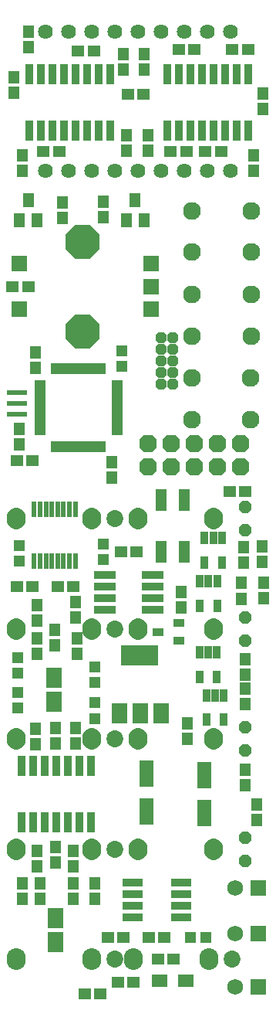
<source format=gts>
G04 DipTrace 3.2.0.1*
G04 mBrane.GTS*
%MOIN*%
G04 #@! TF.FileFunction,Soldermask,Top*
G04 #@! TF.Part,Single*
%AMOUTLINE1*
4,1,4,
-0.031559,0.055181,
-0.031559,-0.055181,
0.031559,-0.055181,
0.031559,0.055181,
-0.031559,0.055181,
0*%
%AMOUTLINE4*
4,1,4,
0.023685,-0.025654,
-0.023685,-0.025654,
-0.023685,0.025654,
0.023685,0.025654,
0.023685,-0.025654,
0*%
%AMOUTLINE7*
4,1,4,
0.033528,-0.04337,
0.033528,0.04337,
-0.033528,0.04337,
-0.033528,-0.04337,
0.033528,-0.04337,
0*%
%AMOUTLINE10*
4,1,4,
0.025654,0.023685,
0.025654,-0.023685,
-0.025654,-0.023685,
-0.025654,0.023685,
0.025654,0.023685,
0*%
%AMOUTLINE13*
4,1,4,
-0.023685,0.025654,
0.023685,0.025654,
0.023685,-0.025654,
-0.023685,-0.025654,
-0.023685,0.025654,
0*%
%AMOUTLINE16*
4,1,4,
0.033528,0.027622,
-0.033528,0.027622,
-0.033528,-0.027622,
0.033528,-0.027622,
0.033528,0.027622,
0*%
%AMOUTLINE19*
4,1,4,
0.0335,0.0435,
-0.0335,0.0435,
-0.0335,-0.0435,
0.0335,-0.0435,
0.0335,0.0435,
0*%
%AMOUTLINE22*
4,1,4,
0.079,0.0435,
-0.079,0.0435,
-0.079,-0.0435,
0.079,-0.0435,
0.079,0.0435,
0*%
%AMOUTLINE25*
4,1,4,
0.017,0.044,
-0.017,0.044,
-0.017,-0.044,
0.017,-0.044,
0.017,0.044,
0*%
%AMOUTLINE28*
4,1,4,
-0.011,0.032,
-0.011,-0.032,
0.011,-0.032,
0.011,0.032,
-0.011,0.032,
0*%
%AMOUTLINE31*
4,1,4,
-0.047307,0.015811,
-0.047307,-0.015811,
0.047307,-0.015811,
0.047307,0.015811,
-0.047307,0.015811,
0*%
%AMOUTLINE34*
4,1,4,
-0.017,-0.044,
0.017,-0.044,
0.017,0.044,
-0.017,0.044,
-0.017,-0.044,
0*%
%AMOUTLINE37*
4,1,4,
0.015811,-0.025654,
-0.015811,-0.025654,
-0.015811,0.025654,
0.015811,0.025654,
0.015811,-0.025654,
0*%
%AMOUTLINE40*
4,1,4,
-0.015811,0.025654,
0.015811,0.025654,
0.015811,-0.025654,
-0.015811,-0.025654,
-0.015811,0.025654,
0*%
%AMOUTLINE43*
4,1,16,
0.0415,0.005451,
0.037483,0.023051,
0.025939,0.037527,
0.009258,0.04556,
-0.009258,0.04556,
-0.025939,0.037527,
-0.037483,0.023051,
-0.0415,0.005451,
-0.0415,-0.005451,
-0.037483,-0.023051,
-0.025939,-0.037527,
-0.009258,-0.04556,
0.009258,-0.04556,
0.025939,-0.037527,
0.037483,-0.023051,
0.0415,-0.005451,
0.0415,0.005451,
0*%
%AMOUTLINE46*
4,1,8,
-0.038184,0.015816,
-0.015816,0.038184,
0.015816,0.038184,
0.038184,0.015816,
0.038184,-0.015816,
0.015816,-0.038184,
-0.015816,-0.038184,
-0.038184,-0.015816,
-0.038184,0.015816,
0*%
%AMOUTLINE49*
4,1,8,
0.010075,0.024325,
0.024325,0.010075,
0.024325,-0.010075,
0.010075,-0.024325,
-0.010075,-0.024325,
-0.024325,-0.010075,
-0.024325,0.010075,
-0.010075,0.024325,
0.010075,0.024325,
0*%
%AMOUTLINE52*
4,1,8,
0.011607,-0.028021,
0.028021,-0.011607,
0.028021,0.011607,
0.011607,0.028021,
-0.011607,0.028021,
-0.028021,0.011607,
-0.028021,-0.011607,
-0.011607,-0.028021,
0.011607,-0.028021,
0*%
%AMOUTLINE55*
4,1,4,
-0.04337,-0.015811,
-0.04337,0.015811,
0.04337,0.015811,
0.04337,-0.015811,
-0.04337,-0.015811,
0*%
%AMOUTLINE58*
4,1,4,
0.023685,0.031559,
-0.023685,0.031559,
-0.023685,-0.031559,
0.023685,-0.031559,
0.023685,0.031559,
0*%
%AMOUTLINE61*
4,1,4,
-0.025654,-0.023685,
-0.025654,0.023685,
0.025654,0.023685,
0.025654,-0.023685,
-0.025654,-0.023685,
0*%
%AMOUTLINE64*
4,1,8,
0.030404,-0.0734,
0.0734,-0.030404,
0.0734,0.030404,
0.030404,0.0734,
-0.030404,0.0734,
-0.0734,0.030404,
-0.0734,-0.030404,
-0.030404,-0.0734,
0.030404,-0.0734,
0*%
%AMOUTLINE67*
4,1,4,
0.023685,-0.009,
0.023685,0.009,
-0.023685,0.009,
-0.023685,-0.009,
0.023685,-0.009,
0*%
%AMOUTLINE70*
4,1,4,
0.009,-0.023685,
0.009,0.023685,
-0.009,0.023685,
-0.009,-0.023685,
0.009,-0.023685,
0*%
%ADD53R,0.08674X0.023748*%
%ADD55C,0.077*%
%ADD57R,0.06737X0.06737*%
%ADD59R,0.051307X0.04737*%
%ADD61C,0.068*%
%ADD62R,0.068X0.068*%
%ADD64O,0.083X0.093*%
%ADD66C,0.073*%
%ADD68R,0.049339X0.033591*%
%ADD70C,0.064*%
%ADD72R,0.04737X0.094614*%
%ADD74R,0.04737X0.051307*%
%ADD78OUTLINE1*%
%ADD81OUTLINE4*%
%ADD84OUTLINE7*%
%ADD87OUTLINE10*%
%ADD90OUTLINE13*%
%ADD93OUTLINE16*%
%ADD96OUTLINE19*%
%ADD99OUTLINE22*%
%ADD102OUTLINE25*%
%ADD105OUTLINE28*%
%ADD108OUTLINE31*%
%ADD111OUTLINE34*%
%ADD114OUTLINE37*%
%ADD117OUTLINE40*%
%ADD120OUTLINE43*%
%ADD123OUTLINE46*%
%ADD126OUTLINE49*%
%ADD129OUTLINE52*%
%ADD132OUTLINE55*%
%ADD135OUTLINE58*%
%ADD138OUTLINE61*%
%ADD141OUTLINE64*%
%ADD144OUTLINE67*%
%ADD147OUTLINE70*%
%FSLAX26Y26*%
G04*
G70*
G90*
G75*
G01*
G04 TopMask*
%LPD*%
D78*
X1268958Y1387752D3*
Y1226334D3*
D81*
X1522994Y4327466D3*
Y4260536D3*
D84*
X625209Y669001D3*
Y771363D3*
D78*
X1018958Y1394001D3*
Y1232584D3*
D87*
X439529Y3494001D3*
X506458D3*
D90*
X443958Y4331501D3*
Y4398430D3*
D81*
X537709Y3144001D3*
Y3210930D3*
D74*
X912709Y3150252D3*
Y3217181D3*
D87*
X525208Y2744001D3*
X458279D3*
D84*
X618958Y1706501D3*
Y1808863D3*
D90*
X868958Y2737750D3*
Y2670821D3*
D81*
X712708Y1592181D3*
Y1525252D3*
D74*
X468958Y2379681D3*
Y2312752D3*
D81*
X700208Y994001D3*
Y1060930D3*
D87*
X523388Y2200250D3*
X456458D3*
D74*
X831458Y2319001D3*
Y2385930D3*
D81*
X625209Y1525252D3*
Y1592181D3*
Y1012752D3*
Y1079681D3*
D90*
X537709Y1520821D3*
Y1587750D3*
X543958Y995821D3*
Y1062750D3*
X1168958Y2112752D3*
Y2179681D3*
D87*
X1068958Y594001D3*
X1135888D3*
X975208Y2350250D3*
X908279D3*
D81*
X1446174Y1823036D3*
Y1889966D3*
D90*
X1437708Y2306501D3*
Y2373430D3*
D93*
X1187708Y500250D3*
X1073535D3*
D72*
X1081458Y2350252D3*
X1181458D3*
Y2575055D3*
X1081458D3*
D70*
X1381458Y3994001D3*
X1281458D3*
X1181458D3*
X1081458D3*
X981458D3*
X881458D3*
X781458D3*
X681458D3*
X581458D3*
Y4594001D3*
X681458D3*
X781458D3*
X881458D3*
X981458D3*
X1081458D3*
X1181458D3*
X1281458D3*
X1381458D3*
D96*
X900208Y1656501D3*
X990208D3*
X1080208D3*
D99*
X989208Y1904501D3*
D102*
X512709Y4169001D3*
X562709D3*
X612709D3*
X662709D3*
X712709D3*
X762709D3*
X812709D3*
X862709D3*
Y4411001D3*
X812709D3*
X762709D3*
X712709D3*
X662709D3*
X612709D3*
X562709D3*
X512709D3*
X1106458Y4169001D3*
X1156458D3*
X1206458D3*
X1256458D3*
X1306458D3*
X1356458D3*
X1406458D3*
X1456458D3*
Y4411001D3*
X1406458D3*
X1356458D3*
X1306458D3*
X1256458D3*
X1206458D3*
X1156458D3*
X1106458D3*
D105*
X531458Y2312752D3*
X557458D3*
X583458D3*
X608458D3*
X634458D3*
X659458D3*
X685458D3*
X711458D3*
Y2536752D3*
X685458D3*
X659458D3*
X634458D3*
X608458D3*
X583458D3*
X557458D3*
X531458D3*
D108*
X1043958Y2100250D3*
Y2150250D3*
Y2200250D3*
Y2250250D3*
X839234D3*
Y2200250D3*
Y2150250D3*
Y2100250D3*
D111*
X777459Y1427501D3*
X727459D3*
X677459D3*
X627459D3*
X577459D3*
X527459D3*
X477459D3*
Y1185501D3*
X527459D3*
X577459D3*
X627459D3*
X677459D3*
X727459D3*
X777459D3*
D114*
X1343797Y2413093D3*
X1306395D3*
X1268994D3*
Y2306794D3*
X1343797D3*
D117*
X1323037Y2224032D3*
X1285636D3*
X1248234D3*
Y2117733D3*
X1323037D3*
D68*
X1158427Y1969001D3*
Y2043804D3*
X1067876Y2006403D3*
D114*
X1322536Y1917796D3*
X1285134D3*
X1247733D3*
Y1811497D3*
X1322536D3*
D117*
X1352722Y1733242D3*
X1315321D3*
X1277919D3*
Y1626943D3*
X1352722D3*
D120*
X780958Y2494001D3*
X455958D3*
D66*
X880958D3*
D120*
X981944Y1068930D3*
X1306944D3*
D66*
X881944D3*
D120*
X780958Y2019001D3*
X455958D3*
D66*
X880958D3*
D120*
X981944Y1543880D3*
X1306944D3*
D66*
X881944D3*
D120*
X780958Y1544001D3*
X455958D3*
D66*
X880958D3*
D120*
X981944Y2018830D3*
X1306944D3*
D66*
X881944D3*
D120*
X780958Y1069001D3*
X455958D3*
D66*
X880958D3*
D120*
X981944Y2493781D3*
X1306944D3*
D66*
X881944D3*
D64*
X1287208Y594001D3*
X962208D3*
D66*
X1387208D3*
D64*
X780958D3*
X455958D3*
D66*
X880958D3*
D62*
X1500209Y475250D3*
D61*
X1400209D3*
D62*
X1500209Y706501D3*
D61*
X1400209D3*
D62*
X1500209Y900250D3*
D61*
X1400209D3*
D123*
X1425207Y2819001D3*
Y2719001D3*
X1325207Y2819001D3*
Y2719001D3*
X1225207Y2819001D3*
Y2719001D3*
X1125207Y2819001D3*
Y2719001D3*
X1025207Y2819001D3*
Y2719001D3*
D126*
X1131458Y3075250D3*
X1081460D3*
X1131458Y3125250D3*
X1081460D3*
X1131458Y3175250D3*
X1081460D3*
X1131458Y3225250D3*
X1081460D3*
X1131458Y3275250D3*
X1081460D3*
D129*
X1443958Y2544001D3*
Y2444001D3*
Y2069001D3*
Y1969001D3*
Y1594001D3*
Y1494001D3*
Y1119001D3*
Y1019001D3*
D132*
X1168958Y775250D3*
Y825250D3*
Y875250D3*
Y925250D3*
X956360D3*
Y875250D3*
Y825250D3*
Y775250D3*
D135*
X469155Y3782387D3*
X506557Y3869001D3*
X543958Y3782387D3*
X931655D3*
X969057Y3869001D3*
X1006458Y3782387D3*
D81*
X654243Y3858716D3*
Y3791787D3*
D90*
X506458Y4527072D3*
Y4594001D3*
D87*
X722994Y4510536D3*
X789923D3*
D90*
X918958Y4431501D3*
Y4498430D3*
X1006458Y4431501D3*
Y4498430D3*
D87*
X937709Y4325250D3*
X1004638D3*
X1156458Y4519001D3*
X1223388D3*
X1456458D3*
X1389529D3*
D81*
X831458Y3794001D3*
Y3860930D3*
X481458Y4060930D3*
Y3994001D3*
D138*
X572994Y4077466D3*
X639923D3*
D81*
X931458Y4148430D3*
Y4081501D3*
X1025208Y4148430D3*
Y4081501D3*
D138*
X1189923Y4077466D3*
X1122994D3*
X1272994D3*
X1339923D3*
D81*
X1481458Y4060930D3*
Y3994001D3*
D90*
X468958Y2881501D3*
Y2814572D3*
D81*
X543958Y1912752D3*
Y1979681D3*
Y2056501D3*
Y2123430D3*
X712708Y2069001D3*
Y2135930D3*
X718958Y1912752D3*
Y1979681D3*
D90*
X622994Y1948036D3*
Y2014966D3*
D138*
X700208Y2200250D3*
X633279D3*
D74*
X793958Y1700250D3*
Y1633321D3*
D81*
Y856501D3*
Y923430D3*
D74*
Y1789571D3*
Y1856500D3*
D81*
X700208Y856501D3*
Y923430D3*
D74*
X462708Y1827072D3*
Y1894001D3*
D81*
X556458Y856501D3*
Y923430D3*
D74*
X462708Y1677072D3*
Y1744001D3*
D81*
X481458Y856501D3*
Y923430D3*
X1518902Y2375043D3*
Y2308114D3*
D138*
X1379243Y2610536D3*
X1446172D3*
D81*
X1427213Y2150067D3*
Y2216996D3*
D87*
X962708Y494001D3*
X895779D3*
D81*
X1525208Y2219001D3*
Y2152072D3*
D87*
X1093958Y687752D3*
X1027029D3*
D90*
X1193936Y1543880D3*
Y1610809D3*
D138*
X850209Y687752D3*
X917138D3*
X750209Y444001D3*
X817138D3*
D81*
X1443958Y1762750D3*
Y1695821D3*
D90*
X1493958Y1262750D3*
Y1195821D3*
X1443910Y1343901D3*
Y1410830D3*
D59*
X1206458Y687752D3*
X1273388D3*
D57*
X1037708Y3594001D3*
Y3397151D3*
Y3495576D3*
X466842Y3594001D3*
Y3397151D3*
D141*
X742432Y3688489D3*
Y3302662D3*
D55*
X1468958Y3100250D3*
Y2923085D3*
X1213053D3*
X1213006Y3100668D3*
X1470829Y3460536D3*
Y3283371D3*
X1214923D3*
X1214876Y3460954D3*
X1214923Y3645871D3*
Y3823036D3*
X1470829D3*
X1470876Y3645454D3*
D53*
X456460Y2944000D3*
Y2991506D3*
Y3039013D3*
D144*
X556458Y3081501D3*
Y3061816D3*
Y3042131D3*
Y3022446D3*
Y3002761D3*
Y2983076D3*
Y2963391D3*
Y2943706D3*
Y2924021D3*
Y2904336D3*
Y2884651D3*
Y2864966D3*
D147*
X615514Y2805910D3*
X635199D3*
X654884D3*
X674569D3*
X694254D3*
X713939D3*
X733624D3*
X753309D3*
X772994D3*
X792679D3*
X812364D3*
X832049D3*
D144*
X891104Y2864966D3*
Y2884651D3*
Y2904336D3*
Y2924021D3*
Y2943706D3*
Y2963391D3*
Y2983076D3*
Y3002761D3*
Y3022446D3*
Y3042131D3*
Y3061816D3*
Y3081501D3*
D147*
X832049Y3140556D3*
X812364D3*
X792679D3*
X772994D3*
X753309D3*
X733624D3*
X713939D3*
X694254D3*
X674569D3*
X654884D3*
X635199D3*
X615514D3*
M02*

</source>
